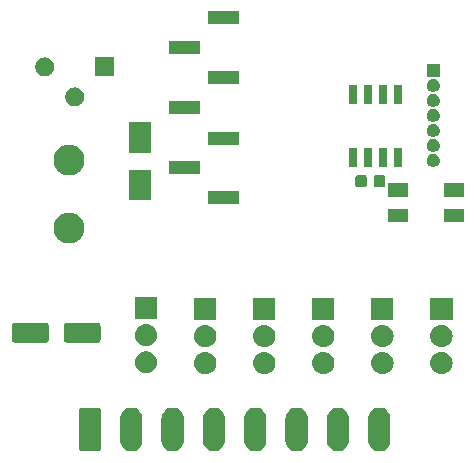
<source format=gbr>
G04 #@! TF.GenerationSoftware,KiCad,Pcbnew,(5.1.4)-1*
G04 #@! TF.CreationDate,2021-04-18T18:25:46+02:00*
G04 #@! TF.ProjectId,KUPS-DIM-6CVLED,4b555053-2d44-4494-9d2d-3643564c4544,V00.03*
G04 #@! TF.SameCoordinates,Original*
G04 #@! TF.FileFunction,Soldermask,Top*
G04 #@! TF.FilePolarity,Negative*
%FSLAX46Y46*%
G04 Gerber Fmt 4.6, Leading zero omitted, Abs format (unit mm)*
G04 Created by KiCad (PCBNEW (5.1.4)-1) date 2021-04-18 18:25:46*
%MOMM*%
%LPD*%
G04 APERTURE LIST*
%ADD10C,0.100000*%
G04 APERTURE END LIST*
D10*
G36*
X104436428Y-135862761D02*
G01*
X104537827Y-135893520D01*
X104615696Y-135917141D01*
X104780904Y-136005447D01*
X104925712Y-136124288D01*
X105044553Y-136269096D01*
X105132859Y-136434303D01*
X105187239Y-136613572D01*
X105201000Y-136753288D01*
X105201000Y-138646712D01*
X105187239Y-138786428D01*
X105132859Y-138965697D01*
X105044553Y-139130904D01*
X104925712Y-139275712D01*
X104780904Y-139394553D01*
X104615697Y-139482859D01*
X104541668Y-139505315D01*
X104436429Y-139537239D01*
X104250000Y-139555601D01*
X104063572Y-139537239D01*
X103958333Y-139505315D01*
X103884304Y-139482859D01*
X103719097Y-139394553D01*
X103574289Y-139275712D01*
X103455448Y-139130904D01*
X103367142Y-138965697D01*
X103312762Y-138786428D01*
X103299001Y-138646712D01*
X103299000Y-136753289D01*
X103312761Y-136613573D01*
X103312762Y-136613571D01*
X103367140Y-136434308D01*
X103367141Y-136434304D01*
X103455447Y-136269096D01*
X103574288Y-136124288D01*
X103719096Y-136005447D01*
X103884303Y-135917141D01*
X103962172Y-135893520D01*
X104063571Y-135862761D01*
X104250000Y-135844399D01*
X104436428Y-135862761D01*
X104436428Y-135862761D01*
G37*
G36*
X100936428Y-135862761D02*
G01*
X101037827Y-135893520D01*
X101115696Y-135917141D01*
X101280904Y-136005447D01*
X101425712Y-136124288D01*
X101544553Y-136269096D01*
X101632859Y-136434303D01*
X101687239Y-136613572D01*
X101701000Y-136753288D01*
X101701000Y-138646712D01*
X101687239Y-138786428D01*
X101632859Y-138965697D01*
X101544553Y-139130904D01*
X101425712Y-139275712D01*
X101280904Y-139394553D01*
X101115697Y-139482859D01*
X101041668Y-139505315D01*
X100936429Y-139537239D01*
X100750000Y-139555601D01*
X100563572Y-139537239D01*
X100458333Y-139505315D01*
X100384304Y-139482859D01*
X100219097Y-139394553D01*
X100074289Y-139275712D01*
X99955448Y-139130904D01*
X99867142Y-138965697D01*
X99812762Y-138786428D01*
X99799001Y-138646712D01*
X99799000Y-136753289D01*
X99812761Y-136613573D01*
X99812762Y-136613571D01*
X99867140Y-136434308D01*
X99867141Y-136434304D01*
X99955447Y-136269096D01*
X100074288Y-136124288D01*
X100219096Y-136005447D01*
X100384303Y-135917141D01*
X100462172Y-135893520D01*
X100563571Y-135862761D01*
X100750000Y-135844399D01*
X100936428Y-135862761D01*
X100936428Y-135862761D01*
G37*
G36*
X121936428Y-135862761D02*
G01*
X122037827Y-135893520D01*
X122115696Y-135917141D01*
X122280904Y-136005447D01*
X122425712Y-136124288D01*
X122544553Y-136269096D01*
X122632859Y-136434303D01*
X122687239Y-136613572D01*
X122701000Y-136753288D01*
X122701000Y-138646712D01*
X122687239Y-138786428D01*
X122632859Y-138965697D01*
X122544553Y-139130904D01*
X122425712Y-139275712D01*
X122280904Y-139394553D01*
X122115697Y-139482859D01*
X122041668Y-139505315D01*
X121936429Y-139537239D01*
X121750000Y-139555601D01*
X121563572Y-139537239D01*
X121458333Y-139505315D01*
X121384304Y-139482859D01*
X121219097Y-139394553D01*
X121074289Y-139275712D01*
X120955448Y-139130904D01*
X120867142Y-138965697D01*
X120812762Y-138786428D01*
X120799001Y-138646712D01*
X120799000Y-136753289D01*
X120812761Y-136613573D01*
X120812762Y-136613571D01*
X120867140Y-136434308D01*
X120867141Y-136434304D01*
X120955447Y-136269096D01*
X121074288Y-136124288D01*
X121219096Y-136005447D01*
X121384303Y-135917141D01*
X121462172Y-135893520D01*
X121563571Y-135862761D01*
X121750000Y-135844399D01*
X121936428Y-135862761D01*
X121936428Y-135862761D01*
G37*
G36*
X118436428Y-135862761D02*
G01*
X118537827Y-135893520D01*
X118615696Y-135917141D01*
X118780904Y-136005447D01*
X118925712Y-136124288D01*
X119044553Y-136269096D01*
X119132859Y-136434303D01*
X119187239Y-136613572D01*
X119201000Y-136753288D01*
X119201000Y-138646712D01*
X119187239Y-138786428D01*
X119132859Y-138965697D01*
X119044553Y-139130904D01*
X118925712Y-139275712D01*
X118780904Y-139394553D01*
X118615697Y-139482859D01*
X118541668Y-139505315D01*
X118436429Y-139537239D01*
X118250000Y-139555601D01*
X118063572Y-139537239D01*
X117958333Y-139505315D01*
X117884304Y-139482859D01*
X117719097Y-139394553D01*
X117574289Y-139275712D01*
X117455448Y-139130904D01*
X117367142Y-138965697D01*
X117312762Y-138786428D01*
X117299001Y-138646712D01*
X117299000Y-136753289D01*
X117312761Y-136613573D01*
X117312762Y-136613571D01*
X117367140Y-136434308D01*
X117367141Y-136434304D01*
X117455447Y-136269096D01*
X117574288Y-136124288D01*
X117719096Y-136005447D01*
X117884303Y-135917141D01*
X117962172Y-135893520D01*
X118063571Y-135862761D01*
X118250000Y-135844399D01*
X118436428Y-135862761D01*
X118436428Y-135862761D01*
G37*
G36*
X111436428Y-135862761D02*
G01*
X111537827Y-135893520D01*
X111615696Y-135917141D01*
X111780904Y-136005447D01*
X111925712Y-136124288D01*
X112044553Y-136269096D01*
X112132859Y-136434303D01*
X112187239Y-136613572D01*
X112201000Y-136753288D01*
X112201000Y-138646712D01*
X112187239Y-138786428D01*
X112132859Y-138965697D01*
X112044553Y-139130904D01*
X111925712Y-139275712D01*
X111780904Y-139394553D01*
X111615697Y-139482859D01*
X111541668Y-139505315D01*
X111436429Y-139537239D01*
X111250000Y-139555601D01*
X111063572Y-139537239D01*
X110958333Y-139505315D01*
X110884304Y-139482859D01*
X110719097Y-139394553D01*
X110574289Y-139275712D01*
X110455448Y-139130904D01*
X110367142Y-138965697D01*
X110312762Y-138786428D01*
X110299001Y-138646712D01*
X110299000Y-136753289D01*
X110312761Y-136613573D01*
X110312762Y-136613571D01*
X110367140Y-136434308D01*
X110367141Y-136434304D01*
X110455447Y-136269096D01*
X110574288Y-136124288D01*
X110719096Y-136005447D01*
X110884303Y-135917141D01*
X110962172Y-135893520D01*
X111063571Y-135862761D01*
X111250000Y-135844399D01*
X111436428Y-135862761D01*
X111436428Y-135862761D01*
G37*
G36*
X107936428Y-135862761D02*
G01*
X108037827Y-135893520D01*
X108115696Y-135917141D01*
X108280904Y-136005447D01*
X108425712Y-136124288D01*
X108544553Y-136269096D01*
X108632859Y-136434303D01*
X108687239Y-136613572D01*
X108701000Y-136753288D01*
X108701000Y-138646712D01*
X108687239Y-138786428D01*
X108632859Y-138965697D01*
X108544553Y-139130904D01*
X108425712Y-139275712D01*
X108280904Y-139394553D01*
X108115697Y-139482859D01*
X108041668Y-139505315D01*
X107936429Y-139537239D01*
X107750000Y-139555601D01*
X107563572Y-139537239D01*
X107458333Y-139505315D01*
X107384304Y-139482859D01*
X107219097Y-139394553D01*
X107074289Y-139275712D01*
X106955448Y-139130904D01*
X106867142Y-138965697D01*
X106812762Y-138786428D01*
X106799001Y-138646712D01*
X106799000Y-136753289D01*
X106812761Y-136613573D01*
X106812762Y-136613571D01*
X106867140Y-136434308D01*
X106867141Y-136434304D01*
X106955447Y-136269096D01*
X107074288Y-136124288D01*
X107219096Y-136005447D01*
X107384303Y-135917141D01*
X107462172Y-135893520D01*
X107563571Y-135862761D01*
X107750000Y-135844399D01*
X107936428Y-135862761D01*
X107936428Y-135862761D01*
G37*
G36*
X114936428Y-135862761D02*
G01*
X115037827Y-135893520D01*
X115115696Y-135917141D01*
X115280904Y-136005447D01*
X115425712Y-136124288D01*
X115544553Y-136269096D01*
X115632859Y-136434303D01*
X115687239Y-136613572D01*
X115701000Y-136753288D01*
X115701000Y-138646712D01*
X115687239Y-138786428D01*
X115632859Y-138965697D01*
X115544553Y-139130904D01*
X115425712Y-139275712D01*
X115280904Y-139394553D01*
X115115697Y-139482859D01*
X115041668Y-139505315D01*
X114936429Y-139537239D01*
X114750000Y-139555601D01*
X114563572Y-139537239D01*
X114458333Y-139505315D01*
X114384304Y-139482859D01*
X114219097Y-139394553D01*
X114074289Y-139275712D01*
X113955448Y-139130904D01*
X113867142Y-138965697D01*
X113812762Y-138786428D01*
X113799001Y-138646712D01*
X113799000Y-136753289D01*
X113812761Y-136613573D01*
X113812762Y-136613571D01*
X113867140Y-136434308D01*
X113867141Y-136434304D01*
X113955447Y-136269096D01*
X114074288Y-136124288D01*
X114219096Y-136005447D01*
X114384303Y-135917141D01*
X114462172Y-135893520D01*
X114563571Y-135862761D01*
X114750000Y-135844399D01*
X114936428Y-135862761D01*
X114936428Y-135862761D01*
G37*
G36*
X98002878Y-135853848D02*
G01*
X98049029Y-135867847D01*
X98091554Y-135890578D01*
X98128830Y-135921170D01*
X98159422Y-135958446D01*
X98182153Y-136000971D01*
X98196152Y-136047122D01*
X98201000Y-136096344D01*
X98201000Y-139303656D01*
X98196152Y-139352878D01*
X98182153Y-139399029D01*
X98159422Y-139441554D01*
X98128830Y-139478830D01*
X98091554Y-139509422D01*
X98049029Y-139532153D01*
X98002878Y-139546152D01*
X97953656Y-139551000D01*
X96546344Y-139551000D01*
X96497122Y-139546152D01*
X96450971Y-139532153D01*
X96408446Y-139509422D01*
X96371170Y-139478830D01*
X96340578Y-139441554D01*
X96317847Y-139399029D01*
X96303848Y-139352878D01*
X96299000Y-139303656D01*
X96299000Y-136096344D01*
X96303848Y-136047122D01*
X96317847Y-136000971D01*
X96340578Y-135958446D01*
X96371170Y-135921170D01*
X96408446Y-135890578D01*
X96450971Y-135867847D01*
X96497122Y-135853848D01*
X96546344Y-135849000D01*
X97953656Y-135849000D01*
X98002878Y-135853848D01*
X98002878Y-135853848D01*
G37*
G36*
X127219592Y-131183414D02*
G01*
X127360923Y-131226287D01*
X127391084Y-131235436D01*
X127540087Y-131315080D01*
X127549125Y-131319911D01*
X127687652Y-131433598D01*
X127801339Y-131572125D01*
X127801340Y-131572127D01*
X127885814Y-131730166D01*
X127885815Y-131730170D01*
X127937836Y-131901658D01*
X127955401Y-132080000D01*
X127937836Y-132258342D01*
X127894963Y-132399673D01*
X127885814Y-132429834D01*
X127806170Y-132578837D01*
X127801339Y-132587875D01*
X127687652Y-132726402D01*
X127549125Y-132840089D01*
X127549123Y-132840090D01*
X127391084Y-132924564D01*
X127360923Y-132933713D01*
X127219592Y-132976586D01*
X127085934Y-132989750D01*
X126914066Y-132989750D01*
X126780408Y-132976586D01*
X126639077Y-132933713D01*
X126608916Y-132924564D01*
X126450877Y-132840090D01*
X126450875Y-132840089D01*
X126312348Y-132726402D01*
X126198661Y-132587875D01*
X126193830Y-132578837D01*
X126114186Y-132429834D01*
X126105037Y-132399673D01*
X126062164Y-132258342D01*
X126044599Y-132080000D01*
X126062164Y-131901658D01*
X126114185Y-131730170D01*
X126114186Y-131730166D01*
X126198660Y-131572127D01*
X126198661Y-131572125D01*
X126312348Y-131433598D01*
X126450875Y-131319911D01*
X126459913Y-131315080D01*
X126608916Y-131235436D01*
X126639077Y-131226287D01*
X126780408Y-131183414D01*
X126914066Y-131170250D01*
X127085934Y-131170250D01*
X127219592Y-131183414D01*
X127219592Y-131183414D01*
G37*
G36*
X122219592Y-131183414D02*
G01*
X122360923Y-131226287D01*
X122391084Y-131235436D01*
X122540087Y-131315080D01*
X122549125Y-131319911D01*
X122687652Y-131433598D01*
X122801339Y-131572125D01*
X122801340Y-131572127D01*
X122885814Y-131730166D01*
X122885815Y-131730170D01*
X122937836Y-131901658D01*
X122955401Y-132080000D01*
X122937836Y-132258342D01*
X122894963Y-132399673D01*
X122885814Y-132429834D01*
X122806170Y-132578837D01*
X122801339Y-132587875D01*
X122687652Y-132726402D01*
X122549125Y-132840089D01*
X122549123Y-132840090D01*
X122391084Y-132924564D01*
X122360923Y-132933713D01*
X122219592Y-132976586D01*
X122085934Y-132989750D01*
X121914066Y-132989750D01*
X121780408Y-132976586D01*
X121639077Y-132933713D01*
X121608916Y-132924564D01*
X121450877Y-132840090D01*
X121450875Y-132840089D01*
X121312348Y-132726402D01*
X121198661Y-132587875D01*
X121193830Y-132578837D01*
X121114186Y-132429834D01*
X121105037Y-132399673D01*
X121062164Y-132258342D01*
X121044599Y-132080000D01*
X121062164Y-131901658D01*
X121114185Y-131730170D01*
X121114186Y-131730166D01*
X121198660Y-131572127D01*
X121198661Y-131572125D01*
X121312348Y-131433598D01*
X121450875Y-131319911D01*
X121459913Y-131315080D01*
X121608916Y-131235436D01*
X121639077Y-131226287D01*
X121780408Y-131183414D01*
X121914066Y-131170250D01*
X122085934Y-131170250D01*
X122219592Y-131183414D01*
X122219592Y-131183414D01*
G37*
G36*
X117219592Y-131183414D02*
G01*
X117360923Y-131226287D01*
X117391084Y-131235436D01*
X117540087Y-131315080D01*
X117549125Y-131319911D01*
X117687652Y-131433598D01*
X117801339Y-131572125D01*
X117801340Y-131572127D01*
X117885814Y-131730166D01*
X117885815Y-131730170D01*
X117937836Y-131901658D01*
X117955401Y-132080000D01*
X117937836Y-132258342D01*
X117894963Y-132399673D01*
X117885814Y-132429834D01*
X117806170Y-132578837D01*
X117801339Y-132587875D01*
X117687652Y-132726402D01*
X117549125Y-132840089D01*
X117549123Y-132840090D01*
X117391084Y-132924564D01*
X117360923Y-132933713D01*
X117219592Y-132976586D01*
X117085934Y-132989750D01*
X116914066Y-132989750D01*
X116780408Y-132976586D01*
X116639077Y-132933713D01*
X116608916Y-132924564D01*
X116450877Y-132840090D01*
X116450875Y-132840089D01*
X116312348Y-132726402D01*
X116198661Y-132587875D01*
X116193830Y-132578837D01*
X116114186Y-132429834D01*
X116105037Y-132399673D01*
X116062164Y-132258342D01*
X116044599Y-132080000D01*
X116062164Y-131901658D01*
X116114185Y-131730170D01*
X116114186Y-131730166D01*
X116198660Y-131572127D01*
X116198661Y-131572125D01*
X116312348Y-131433598D01*
X116450875Y-131319911D01*
X116459913Y-131315080D01*
X116608916Y-131235436D01*
X116639077Y-131226287D01*
X116780408Y-131183414D01*
X116914066Y-131170250D01*
X117085934Y-131170250D01*
X117219592Y-131183414D01*
X117219592Y-131183414D01*
G37*
G36*
X107219592Y-131183414D02*
G01*
X107360923Y-131226287D01*
X107391084Y-131235436D01*
X107540087Y-131315080D01*
X107549125Y-131319911D01*
X107687652Y-131433598D01*
X107801339Y-131572125D01*
X107801340Y-131572127D01*
X107885814Y-131730166D01*
X107885815Y-131730170D01*
X107937836Y-131901658D01*
X107955401Y-132080000D01*
X107937836Y-132258342D01*
X107894963Y-132399673D01*
X107885814Y-132429834D01*
X107806170Y-132578837D01*
X107801339Y-132587875D01*
X107687652Y-132726402D01*
X107549125Y-132840089D01*
X107549123Y-132840090D01*
X107391084Y-132924564D01*
X107360923Y-132933713D01*
X107219592Y-132976586D01*
X107085934Y-132989750D01*
X106914066Y-132989750D01*
X106780408Y-132976586D01*
X106639077Y-132933713D01*
X106608916Y-132924564D01*
X106450877Y-132840090D01*
X106450875Y-132840089D01*
X106312348Y-132726402D01*
X106198661Y-132587875D01*
X106193830Y-132578837D01*
X106114186Y-132429834D01*
X106105037Y-132399673D01*
X106062164Y-132258342D01*
X106044599Y-132080000D01*
X106062164Y-131901658D01*
X106114185Y-131730170D01*
X106114186Y-131730166D01*
X106198660Y-131572127D01*
X106198661Y-131572125D01*
X106312348Y-131433598D01*
X106450875Y-131319911D01*
X106459913Y-131315080D01*
X106608916Y-131235436D01*
X106639077Y-131226287D01*
X106780408Y-131183414D01*
X106914066Y-131170250D01*
X107085934Y-131170250D01*
X107219592Y-131183414D01*
X107219592Y-131183414D01*
G37*
G36*
X112219592Y-131183414D02*
G01*
X112360923Y-131226287D01*
X112391084Y-131235436D01*
X112540087Y-131315080D01*
X112549125Y-131319911D01*
X112687652Y-131433598D01*
X112801339Y-131572125D01*
X112801340Y-131572127D01*
X112885814Y-131730166D01*
X112885815Y-131730170D01*
X112937836Y-131901658D01*
X112955401Y-132080000D01*
X112937836Y-132258342D01*
X112894963Y-132399673D01*
X112885814Y-132429834D01*
X112806170Y-132578837D01*
X112801339Y-132587875D01*
X112687652Y-132726402D01*
X112549125Y-132840089D01*
X112549123Y-132840090D01*
X112391084Y-132924564D01*
X112360923Y-132933713D01*
X112219592Y-132976586D01*
X112085934Y-132989750D01*
X111914066Y-132989750D01*
X111780408Y-132976586D01*
X111639077Y-132933713D01*
X111608916Y-132924564D01*
X111450877Y-132840090D01*
X111450875Y-132840089D01*
X111312348Y-132726402D01*
X111198661Y-132587875D01*
X111193830Y-132578837D01*
X111114186Y-132429834D01*
X111105037Y-132399673D01*
X111062164Y-132258342D01*
X111044599Y-132080000D01*
X111062164Y-131901658D01*
X111114185Y-131730170D01*
X111114186Y-131730166D01*
X111198660Y-131572127D01*
X111198661Y-131572125D01*
X111312348Y-131433598D01*
X111450875Y-131319911D01*
X111459913Y-131315080D01*
X111608916Y-131235436D01*
X111639077Y-131226287D01*
X111780408Y-131183414D01*
X111914066Y-131170250D01*
X112085934Y-131170250D01*
X112219592Y-131183414D01*
X112219592Y-131183414D01*
G37*
G36*
X102219592Y-131103414D02*
G01*
X102360923Y-131146287D01*
X102391084Y-131155436D01*
X102540087Y-131235080D01*
X102549125Y-131239911D01*
X102687652Y-131353598D01*
X102801339Y-131492125D01*
X102801340Y-131492127D01*
X102885814Y-131650166D01*
X102885815Y-131650170D01*
X102937836Y-131821658D01*
X102955401Y-132000000D01*
X102937836Y-132178342D01*
X102913568Y-132258342D01*
X102885814Y-132349834D01*
X102806170Y-132498837D01*
X102801339Y-132507875D01*
X102687652Y-132646402D01*
X102549125Y-132760089D01*
X102549123Y-132760090D01*
X102391084Y-132844564D01*
X102360923Y-132853713D01*
X102219592Y-132896586D01*
X102085934Y-132909750D01*
X101914066Y-132909750D01*
X101780408Y-132896586D01*
X101639077Y-132853713D01*
X101608916Y-132844564D01*
X101450877Y-132760090D01*
X101450875Y-132760089D01*
X101312348Y-132646402D01*
X101198661Y-132507875D01*
X101193830Y-132498837D01*
X101114186Y-132349834D01*
X101086432Y-132258342D01*
X101062164Y-132178342D01*
X101044599Y-132000000D01*
X101062164Y-131821658D01*
X101114185Y-131650170D01*
X101114186Y-131650166D01*
X101198660Y-131492127D01*
X101198661Y-131492125D01*
X101312348Y-131353598D01*
X101450875Y-131239911D01*
X101459913Y-131235080D01*
X101608916Y-131155436D01*
X101639077Y-131146287D01*
X101780408Y-131103414D01*
X101914066Y-131090250D01*
X102085934Y-131090250D01*
X102219592Y-131103414D01*
X102219592Y-131103414D01*
G37*
G36*
X127219592Y-128893414D02*
G01*
X127360923Y-128936287D01*
X127391084Y-128945436D01*
X127540087Y-129025080D01*
X127549125Y-129029911D01*
X127687652Y-129143598D01*
X127801339Y-129282125D01*
X127801340Y-129282127D01*
X127885814Y-129440166D01*
X127885815Y-129440170D01*
X127937836Y-129611658D01*
X127955401Y-129790000D01*
X127937836Y-129968342D01*
X127897589Y-130101018D01*
X127885814Y-130139834D01*
X127836117Y-130232810D01*
X127801339Y-130297875D01*
X127687652Y-130436402D01*
X127549125Y-130550089D01*
X127549123Y-130550090D01*
X127391084Y-130634564D01*
X127360923Y-130643713D01*
X127219592Y-130686586D01*
X127085934Y-130699750D01*
X126914066Y-130699750D01*
X126780408Y-130686586D01*
X126639077Y-130643713D01*
X126608916Y-130634564D01*
X126450877Y-130550090D01*
X126450875Y-130550089D01*
X126312348Y-130436402D01*
X126198661Y-130297875D01*
X126163883Y-130232810D01*
X126114186Y-130139834D01*
X126102411Y-130101018D01*
X126062164Y-129968342D01*
X126044599Y-129790000D01*
X126062164Y-129611658D01*
X126114185Y-129440170D01*
X126114186Y-129440166D01*
X126198660Y-129282127D01*
X126198661Y-129282125D01*
X126312348Y-129143598D01*
X126450875Y-129029911D01*
X126459913Y-129025080D01*
X126608916Y-128945436D01*
X126639077Y-128936287D01*
X126780408Y-128893414D01*
X126914066Y-128880250D01*
X127085934Y-128880250D01*
X127219592Y-128893414D01*
X127219592Y-128893414D01*
G37*
G36*
X122219592Y-128893414D02*
G01*
X122360923Y-128936287D01*
X122391084Y-128945436D01*
X122540087Y-129025080D01*
X122549125Y-129029911D01*
X122687652Y-129143598D01*
X122801339Y-129282125D01*
X122801340Y-129282127D01*
X122885814Y-129440166D01*
X122885815Y-129440170D01*
X122937836Y-129611658D01*
X122955401Y-129790000D01*
X122937836Y-129968342D01*
X122897589Y-130101018D01*
X122885814Y-130139834D01*
X122836117Y-130232810D01*
X122801339Y-130297875D01*
X122687652Y-130436402D01*
X122549125Y-130550089D01*
X122549123Y-130550090D01*
X122391084Y-130634564D01*
X122360923Y-130643713D01*
X122219592Y-130686586D01*
X122085934Y-130699750D01*
X121914066Y-130699750D01*
X121780408Y-130686586D01*
X121639077Y-130643713D01*
X121608916Y-130634564D01*
X121450877Y-130550090D01*
X121450875Y-130550089D01*
X121312348Y-130436402D01*
X121198661Y-130297875D01*
X121163883Y-130232810D01*
X121114186Y-130139834D01*
X121102411Y-130101018D01*
X121062164Y-129968342D01*
X121044599Y-129790000D01*
X121062164Y-129611658D01*
X121114185Y-129440170D01*
X121114186Y-129440166D01*
X121198660Y-129282127D01*
X121198661Y-129282125D01*
X121312348Y-129143598D01*
X121450875Y-129029911D01*
X121459913Y-129025080D01*
X121608916Y-128945436D01*
X121639077Y-128936287D01*
X121780408Y-128893414D01*
X121914066Y-128880250D01*
X122085934Y-128880250D01*
X122219592Y-128893414D01*
X122219592Y-128893414D01*
G37*
G36*
X117219592Y-128893414D02*
G01*
X117360923Y-128936287D01*
X117391084Y-128945436D01*
X117540087Y-129025080D01*
X117549125Y-129029911D01*
X117687652Y-129143598D01*
X117801339Y-129282125D01*
X117801340Y-129282127D01*
X117885814Y-129440166D01*
X117885815Y-129440170D01*
X117937836Y-129611658D01*
X117955401Y-129790000D01*
X117937836Y-129968342D01*
X117897589Y-130101018D01*
X117885814Y-130139834D01*
X117836117Y-130232810D01*
X117801339Y-130297875D01*
X117687652Y-130436402D01*
X117549125Y-130550089D01*
X117549123Y-130550090D01*
X117391084Y-130634564D01*
X117360923Y-130643713D01*
X117219592Y-130686586D01*
X117085934Y-130699750D01*
X116914066Y-130699750D01*
X116780408Y-130686586D01*
X116639077Y-130643713D01*
X116608916Y-130634564D01*
X116450877Y-130550090D01*
X116450875Y-130550089D01*
X116312348Y-130436402D01*
X116198661Y-130297875D01*
X116163883Y-130232810D01*
X116114186Y-130139834D01*
X116102411Y-130101018D01*
X116062164Y-129968342D01*
X116044599Y-129790000D01*
X116062164Y-129611658D01*
X116114185Y-129440170D01*
X116114186Y-129440166D01*
X116198660Y-129282127D01*
X116198661Y-129282125D01*
X116312348Y-129143598D01*
X116450875Y-129029911D01*
X116459913Y-129025080D01*
X116608916Y-128945436D01*
X116639077Y-128936287D01*
X116780408Y-128893414D01*
X116914066Y-128880250D01*
X117085934Y-128880250D01*
X117219592Y-128893414D01*
X117219592Y-128893414D01*
G37*
G36*
X107219592Y-128893414D02*
G01*
X107360923Y-128936287D01*
X107391084Y-128945436D01*
X107540087Y-129025080D01*
X107549125Y-129029911D01*
X107687652Y-129143598D01*
X107801339Y-129282125D01*
X107801340Y-129282127D01*
X107885814Y-129440166D01*
X107885815Y-129440170D01*
X107937836Y-129611658D01*
X107955401Y-129790000D01*
X107937836Y-129968342D01*
X107897589Y-130101018D01*
X107885814Y-130139834D01*
X107836117Y-130232810D01*
X107801339Y-130297875D01*
X107687652Y-130436402D01*
X107549125Y-130550089D01*
X107549123Y-130550090D01*
X107391084Y-130634564D01*
X107360923Y-130643713D01*
X107219592Y-130686586D01*
X107085934Y-130699750D01*
X106914066Y-130699750D01*
X106780408Y-130686586D01*
X106639077Y-130643713D01*
X106608916Y-130634564D01*
X106450877Y-130550090D01*
X106450875Y-130550089D01*
X106312348Y-130436402D01*
X106198661Y-130297875D01*
X106163883Y-130232810D01*
X106114186Y-130139834D01*
X106102411Y-130101018D01*
X106062164Y-129968342D01*
X106044599Y-129790000D01*
X106062164Y-129611658D01*
X106114185Y-129440170D01*
X106114186Y-129440166D01*
X106198660Y-129282127D01*
X106198661Y-129282125D01*
X106312348Y-129143598D01*
X106450875Y-129029911D01*
X106459913Y-129025080D01*
X106608916Y-128945436D01*
X106639077Y-128936287D01*
X106780408Y-128893414D01*
X106914066Y-128880250D01*
X107085934Y-128880250D01*
X107219592Y-128893414D01*
X107219592Y-128893414D01*
G37*
G36*
X112219592Y-128893414D02*
G01*
X112360923Y-128936287D01*
X112391084Y-128945436D01*
X112540087Y-129025080D01*
X112549125Y-129029911D01*
X112687652Y-129143598D01*
X112801339Y-129282125D01*
X112801340Y-129282127D01*
X112885814Y-129440166D01*
X112885815Y-129440170D01*
X112937836Y-129611658D01*
X112955401Y-129790000D01*
X112937836Y-129968342D01*
X112897589Y-130101018D01*
X112885814Y-130139834D01*
X112836117Y-130232810D01*
X112801339Y-130297875D01*
X112687652Y-130436402D01*
X112549125Y-130550089D01*
X112549123Y-130550090D01*
X112391084Y-130634564D01*
X112360923Y-130643713D01*
X112219592Y-130686586D01*
X112085934Y-130699750D01*
X111914066Y-130699750D01*
X111780408Y-130686586D01*
X111639077Y-130643713D01*
X111608916Y-130634564D01*
X111450877Y-130550090D01*
X111450875Y-130550089D01*
X111312348Y-130436402D01*
X111198661Y-130297875D01*
X111163883Y-130232810D01*
X111114186Y-130139834D01*
X111102411Y-130101018D01*
X111062164Y-129968342D01*
X111044599Y-129790000D01*
X111062164Y-129611658D01*
X111114185Y-129440170D01*
X111114186Y-129440166D01*
X111198660Y-129282127D01*
X111198661Y-129282125D01*
X111312348Y-129143598D01*
X111450875Y-129029911D01*
X111459913Y-129025080D01*
X111608916Y-128945436D01*
X111639077Y-128936287D01*
X111780408Y-128893414D01*
X111914066Y-128880250D01*
X112085934Y-128880250D01*
X112219592Y-128893414D01*
X112219592Y-128893414D01*
G37*
G36*
X102219592Y-128813414D02*
G01*
X102337709Y-128849245D01*
X102391084Y-128865436D01*
X102483693Y-128914937D01*
X102549125Y-128949911D01*
X102687652Y-129063598D01*
X102801339Y-129202125D01*
X102801340Y-129202127D01*
X102885814Y-129360166D01*
X102885815Y-129360170D01*
X102937836Y-129531658D01*
X102955401Y-129710000D01*
X102937836Y-129888342D01*
X102913568Y-129968342D01*
X102885814Y-130059834D01*
X102837215Y-130150755D01*
X102801339Y-130217875D01*
X102687652Y-130356402D01*
X102549125Y-130470089D01*
X102549123Y-130470090D01*
X102391084Y-130554564D01*
X102360923Y-130563713D01*
X102219592Y-130606586D01*
X102085934Y-130619750D01*
X101914066Y-130619750D01*
X101780408Y-130606586D01*
X101639077Y-130563713D01*
X101608916Y-130554564D01*
X101450877Y-130470090D01*
X101450875Y-130470089D01*
X101312348Y-130356402D01*
X101198661Y-130217875D01*
X101162785Y-130150755D01*
X101114186Y-130059834D01*
X101086432Y-129968342D01*
X101062164Y-129888342D01*
X101044599Y-129710000D01*
X101062164Y-129531658D01*
X101114185Y-129360170D01*
X101114186Y-129360166D01*
X101198660Y-129202127D01*
X101198661Y-129202125D01*
X101312348Y-129063598D01*
X101450875Y-128949911D01*
X101516307Y-128914937D01*
X101608916Y-128865436D01*
X101662291Y-128849245D01*
X101780408Y-128813414D01*
X101914066Y-128800250D01*
X102085934Y-128800250D01*
X102219592Y-128813414D01*
X102219592Y-128813414D01*
G37*
G36*
X97950755Y-128653899D02*
G01*
X97997400Y-128668048D01*
X98040379Y-128691021D01*
X98078057Y-128721943D01*
X98108979Y-128759621D01*
X98131952Y-128802600D01*
X98146101Y-128849245D01*
X98151000Y-128898982D01*
X98151000Y-130101018D01*
X98146101Y-130150755D01*
X98131952Y-130197400D01*
X98108979Y-130240379D01*
X98078057Y-130278057D01*
X98040379Y-130308979D01*
X97997400Y-130331952D01*
X97950755Y-130346101D01*
X97901018Y-130351000D01*
X95298982Y-130351000D01*
X95249245Y-130346101D01*
X95202600Y-130331952D01*
X95159621Y-130308979D01*
X95121943Y-130278057D01*
X95091021Y-130240379D01*
X95068048Y-130197400D01*
X95053899Y-130150755D01*
X95049000Y-130101018D01*
X95049000Y-128898982D01*
X95053899Y-128849245D01*
X95068048Y-128802600D01*
X95091021Y-128759621D01*
X95121943Y-128721943D01*
X95159621Y-128691021D01*
X95202600Y-128668048D01*
X95249245Y-128653899D01*
X95298982Y-128649000D01*
X97901018Y-128649000D01*
X97950755Y-128653899D01*
X97950755Y-128653899D01*
G37*
G36*
X93550755Y-128653899D02*
G01*
X93597400Y-128668048D01*
X93640379Y-128691021D01*
X93678057Y-128721943D01*
X93708979Y-128759621D01*
X93731952Y-128802600D01*
X93746101Y-128849245D01*
X93751000Y-128898982D01*
X93751000Y-130101018D01*
X93746101Y-130150755D01*
X93731952Y-130197400D01*
X93708979Y-130240379D01*
X93678057Y-130278057D01*
X93640379Y-130308979D01*
X93597400Y-130331952D01*
X93550755Y-130346101D01*
X93501018Y-130351000D01*
X90898982Y-130351000D01*
X90849245Y-130346101D01*
X90802600Y-130331952D01*
X90759621Y-130308979D01*
X90721943Y-130278057D01*
X90691021Y-130240379D01*
X90668048Y-130197400D01*
X90653899Y-130150755D01*
X90649000Y-130101018D01*
X90649000Y-128898982D01*
X90653899Y-128849245D01*
X90668048Y-128802600D01*
X90691021Y-128759621D01*
X90721943Y-128721943D01*
X90759621Y-128691021D01*
X90802600Y-128668048D01*
X90849245Y-128653899D01*
X90898982Y-128649000D01*
X93501018Y-128649000D01*
X93550755Y-128653899D01*
X93550755Y-128653899D01*
G37*
G36*
X117951000Y-128409750D02*
G01*
X116049000Y-128409750D01*
X116049000Y-126590250D01*
X117951000Y-126590250D01*
X117951000Y-128409750D01*
X117951000Y-128409750D01*
G37*
G36*
X107951000Y-128409750D02*
G01*
X106049000Y-128409750D01*
X106049000Y-126590250D01*
X107951000Y-126590250D01*
X107951000Y-128409750D01*
X107951000Y-128409750D01*
G37*
G36*
X112951000Y-128409750D02*
G01*
X111049000Y-128409750D01*
X111049000Y-126590250D01*
X112951000Y-126590250D01*
X112951000Y-128409750D01*
X112951000Y-128409750D01*
G37*
G36*
X122951000Y-128409750D02*
G01*
X121049000Y-128409750D01*
X121049000Y-126590250D01*
X122951000Y-126590250D01*
X122951000Y-128409750D01*
X122951000Y-128409750D01*
G37*
G36*
X127951000Y-128409750D02*
G01*
X126049000Y-128409750D01*
X126049000Y-126590250D01*
X127951000Y-126590250D01*
X127951000Y-128409750D01*
X127951000Y-128409750D01*
G37*
G36*
X102951000Y-128329750D02*
G01*
X101049000Y-128329750D01*
X101049000Y-126510250D01*
X102951000Y-126510250D01*
X102951000Y-128329750D01*
X102951000Y-128329750D01*
G37*
G36*
X95735192Y-119366538D02*
G01*
X95860869Y-119391537D01*
X96097634Y-119489608D01*
X96310720Y-119631988D01*
X96491932Y-119813200D01*
X96634312Y-120026286D01*
X96732383Y-120263051D01*
X96782380Y-120514404D01*
X96782380Y-120770676D01*
X96732383Y-121022029D01*
X96634312Y-121258794D01*
X96491932Y-121471880D01*
X96310720Y-121653092D01*
X96097634Y-121795472D01*
X95860869Y-121893543D01*
X95735193Y-121918541D01*
X95609517Y-121943540D01*
X95353243Y-121943540D01*
X95227567Y-121918541D01*
X95101891Y-121893543D01*
X94865126Y-121795472D01*
X94652040Y-121653092D01*
X94470828Y-121471880D01*
X94328448Y-121258794D01*
X94230377Y-121022029D01*
X94180380Y-120770676D01*
X94180380Y-120514404D01*
X94230377Y-120263051D01*
X94328448Y-120026286D01*
X94470828Y-119813200D01*
X94652040Y-119631988D01*
X94865126Y-119489608D01*
X95101891Y-119391537D01*
X95227568Y-119366538D01*
X95353243Y-119341540D01*
X95609517Y-119341540D01*
X95735192Y-119366538D01*
X95735192Y-119366538D01*
G37*
G36*
X128925000Y-120151000D02*
G01*
X127223000Y-120151000D01*
X127223000Y-118999000D01*
X128925000Y-118999000D01*
X128925000Y-120151000D01*
X128925000Y-120151000D01*
G37*
G36*
X124225000Y-120151000D02*
G01*
X122523000Y-120151000D01*
X122523000Y-118999000D01*
X124225000Y-118999000D01*
X124225000Y-120151000D01*
X124225000Y-120151000D01*
G37*
G36*
X109876000Y-118651000D02*
G01*
X107264000Y-118651000D01*
X107264000Y-117549000D01*
X109876000Y-117549000D01*
X109876000Y-118651000D01*
X109876000Y-118651000D01*
G37*
G36*
X102451000Y-118301000D02*
G01*
X100549000Y-118301000D01*
X100549000Y-115699000D01*
X102451000Y-115699000D01*
X102451000Y-118301000D01*
X102451000Y-118301000D01*
G37*
G36*
X124225000Y-118001000D02*
G01*
X122523000Y-118001000D01*
X122523000Y-116849000D01*
X124225000Y-116849000D01*
X124225000Y-118001000D01*
X124225000Y-118001000D01*
G37*
G36*
X128925000Y-118001000D02*
G01*
X127223000Y-118001000D01*
X127223000Y-116849000D01*
X128925000Y-116849000D01*
X128925000Y-118001000D01*
X128925000Y-118001000D01*
G37*
G36*
X122089438Y-116158712D02*
G01*
X122132895Y-116171894D01*
X122172934Y-116193296D01*
X122208036Y-116222104D01*
X122236844Y-116257206D01*
X122258246Y-116297245D01*
X122271428Y-116340702D01*
X122276000Y-116387122D01*
X122276000Y-116973158D01*
X122271428Y-117019578D01*
X122258246Y-117063035D01*
X122236844Y-117103074D01*
X122208036Y-117138176D01*
X122172934Y-117166984D01*
X122132895Y-117188386D01*
X122089438Y-117201568D01*
X122043018Y-117206140D01*
X121531982Y-117206140D01*
X121485562Y-117201568D01*
X121442105Y-117188386D01*
X121402066Y-117166984D01*
X121366964Y-117138176D01*
X121338156Y-117103074D01*
X121316754Y-117063035D01*
X121303572Y-117019578D01*
X121299000Y-116973158D01*
X121299000Y-116387122D01*
X121303572Y-116340702D01*
X121316754Y-116297245D01*
X121338156Y-116257206D01*
X121366964Y-116222104D01*
X121402066Y-116193296D01*
X121442105Y-116171894D01*
X121485562Y-116158712D01*
X121531982Y-116154140D01*
X122043018Y-116154140D01*
X122089438Y-116158712D01*
X122089438Y-116158712D01*
G37*
G36*
X120514438Y-116158712D02*
G01*
X120557895Y-116171894D01*
X120597934Y-116193296D01*
X120633036Y-116222104D01*
X120661844Y-116257206D01*
X120683246Y-116297245D01*
X120696428Y-116340702D01*
X120701000Y-116387122D01*
X120701000Y-116973158D01*
X120696428Y-117019578D01*
X120683246Y-117063035D01*
X120661844Y-117103074D01*
X120633036Y-117138176D01*
X120597934Y-117166984D01*
X120557895Y-117188386D01*
X120514438Y-117201568D01*
X120468018Y-117206140D01*
X119956982Y-117206140D01*
X119910562Y-117201568D01*
X119867105Y-117188386D01*
X119827066Y-117166984D01*
X119791964Y-117138176D01*
X119763156Y-117103074D01*
X119741754Y-117063035D01*
X119728572Y-117019578D01*
X119724000Y-116973158D01*
X119724000Y-116387122D01*
X119728572Y-116340702D01*
X119741754Y-116297245D01*
X119763156Y-116257206D01*
X119791964Y-116222104D01*
X119827066Y-116193296D01*
X119867105Y-116171894D01*
X119910562Y-116158712D01*
X119956982Y-116154140D01*
X120468018Y-116154140D01*
X120514438Y-116158712D01*
X120514438Y-116158712D01*
G37*
G36*
X95735192Y-113616538D02*
G01*
X95860869Y-113641537D01*
X96097634Y-113739608D01*
X96097635Y-113739609D01*
X96310719Y-113881987D01*
X96491933Y-114063201D01*
X96557628Y-114161520D01*
X96634312Y-114276286D01*
X96710261Y-114459644D01*
X96732383Y-114513052D01*
X96771185Y-114708120D01*
X96782380Y-114764404D01*
X96782380Y-115020676D01*
X96732383Y-115272029D01*
X96634312Y-115508794D01*
X96491932Y-115721880D01*
X96310720Y-115903092D01*
X96097634Y-116045472D01*
X95860869Y-116143543D01*
X95735192Y-116168542D01*
X95609517Y-116193540D01*
X95353243Y-116193540D01*
X95227568Y-116168542D01*
X95101891Y-116143543D01*
X94865126Y-116045472D01*
X94652040Y-115903092D01*
X94470828Y-115721880D01*
X94328448Y-115508794D01*
X94230377Y-115272029D01*
X94180380Y-115020676D01*
X94180380Y-114764404D01*
X94191576Y-114708120D01*
X94230377Y-114513052D01*
X94252499Y-114459644D01*
X94328448Y-114276286D01*
X94405132Y-114161520D01*
X94470827Y-114063201D01*
X94652041Y-113881987D01*
X94865125Y-113739609D01*
X94865126Y-113739608D01*
X95101891Y-113641537D01*
X95227568Y-113616538D01*
X95353243Y-113591540D01*
X95609517Y-113591540D01*
X95735192Y-113616538D01*
X95735192Y-113616538D01*
G37*
G36*
X106566000Y-116111000D02*
G01*
X103954000Y-116111000D01*
X103954000Y-115009000D01*
X106566000Y-115009000D01*
X106566000Y-116111000D01*
X106566000Y-116111000D01*
G37*
G36*
X123559880Y-113858791D02*
G01*
X123590430Y-113868059D01*
X123618592Y-113883112D01*
X123643273Y-113903367D01*
X123663528Y-113928048D01*
X123678581Y-113956210D01*
X123687849Y-113986760D01*
X123691100Y-114019771D01*
X123691100Y-115343309D01*
X123687849Y-115376320D01*
X123678581Y-115406870D01*
X123663528Y-115435032D01*
X123643273Y-115459713D01*
X123618592Y-115479968D01*
X123590430Y-115495021D01*
X123559880Y-115504289D01*
X123526869Y-115507540D01*
X123153331Y-115507540D01*
X123120320Y-115504289D01*
X123089770Y-115495021D01*
X123061608Y-115479968D01*
X123036927Y-115459713D01*
X123016672Y-115435032D01*
X123001619Y-115406870D01*
X122992351Y-115376320D01*
X122989100Y-115343309D01*
X122989100Y-114019771D01*
X122992351Y-113986760D01*
X123001619Y-113956210D01*
X123016672Y-113928048D01*
X123036927Y-113903367D01*
X123061608Y-113883112D01*
X123089770Y-113868059D01*
X123120320Y-113858791D01*
X123153331Y-113855540D01*
X123526869Y-113855540D01*
X123559880Y-113858791D01*
X123559880Y-113858791D01*
G37*
G36*
X122289880Y-113858791D02*
G01*
X122320430Y-113868059D01*
X122348592Y-113883112D01*
X122373273Y-113903367D01*
X122393528Y-113928048D01*
X122408581Y-113956210D01*
X122417849Y-113986760D01*
X122421100Y-114019771D01*
X122421100Y-115343309D01*
X122417849Y-115376320D01*
X122408581Y-115406870D01*
X122393528Y-115435032D01*
X122373273Y-115459713D01*
X122348592Y-115479968D01*
X122320430Y-115495021D01*
X122289880Y-115504289D01*
X122256869Y-115507540D01*
X121883331Y-115507540D01*
X121850320Y-115504289D01*
X121819770Y-115495021D01*
X121791608Y-115479968D01*
X121766927Y-115459713D01*
X121746672Y-115435032D01*
X121731619Y-115406870D01*
X121722351Y-115376320D01*
X121719100Y-115343309D01*
X121719100Y-114019771D01*
X121722351Y-113986760D01*
X121731619Y-113956210D01*
X121746672Y-113928048D01*
X121766927Y-113903367D01*
X121791608Y-113883112D01*
X121819770Y-113868059D01*
X121850320Y-113858791D01*
X121883331Y-113855540D01*
X122256869Y-113855540D01*
X122289880Y-113858791D01*
X122289880Y-113858791D01*
G37*
G36*
X121019880Y-113858791D02*
G01*
X121050430Y-113868059D01*
X121078592Y-113883112D01*
X121103273Y-113903367D01*
X121123528Y-113928048D01*
X121138581Y-113956210D01*
X121147849Y-113986760D01*
X121151100Y-114019771D01*
X121151100Y-115343309D01*
X121147849Y-115376320D01*
X121138581Y-115406870D01*
X121123528Y-115435032D01*
X121103273Y-115459713D01*
X121078592Y-115479968D01*
X121050430Y-115495021D01*
X121019880Y-115504289D01*
X120986869Y-115507540D01*
X120613331Y-115507540D01*
X120580320Y-115504289D01*
X120549770Y-115495021D01*
X120521608Y-115479968D01*
X120496927Y-115459713D01*
X120476672Y-115435032D01*
X120461619Y-115406870D01*
X120452351Y-115376320D01*
X120449100Y-115343309D01*
X120449100Y-114019771D01*
X120452351Y-113986760D01*
X120461619Y-113956210D01*
X120476672Y-113928048D01*
X120496927Y-113903367D01*
X120521608Y-113883112D01*
X120549770Y-113868059D01*
X120580320Y-113858791D01*
X120613331Y-113855540D01*
X120986869Y-113855540D01*
X121019880Y-113858791D01*
X121019880Y-113858791D01*
G37*
G36*
X119749880Y-113858791D02*
G01*
X119780430Y-113868059D01*
X119808592Y-113883112D01*
X119833273Y-113903367D01*
X119853528Y-113928048D01*
X119868581Y-113956210D01*
X119877849Y-113986760D01*
X119881100Y-114019771D01*
X119881100Y-115343309D01*
X119877849Y-115376320D01*
X119868581Y-115406870D01*
X119853528Y-115435032D01*
X119833273Y-115459713D01*
X119808592Y-115479968D01*
X119780430Y-115495021D01*
X119749880Y-115504289D01*
X119716869Y-115507540D01*
X119343331Y-115507540D01*
X119310320Y-115504289D01*
X119279770Y-115495021D01*
X119251608Y-115479968D01*
X119226927Y-115459713D01*
X119206672Y-115435032D01*
X119191619Y-115406870D01*
X119182351Y-115376320D01*
X119179100Y-115343309D01*
X119179100Y-114019771D01*
X119182351Y-113986760D01*
X119191619Y-113956210D01*
X119206672Y-113928048D01*
X119226927Y-113903367D01*
X119251608Y-113883112D01*
X119279770Y-113868059D01*
X119310320Y-113858791D01*
X119343331Y-113855540D01*
X119716869Y-113855540D01*
X119749880Y-113858791D01*
X119749880Y-113858791D01*
G37*
G36*
X126418015Y-114376973D02*
G01*
X126521879Y-114408479D01*
X126569740Y-114434062D01*
X126617599Y-114459643D01*
X126617601Y-114459644D01*
X126617600Y-114459644D01*
X126701501Y-114528499D01*
X126770356Y-114612400D01*
X126821521Y-114708121D01*
X126853027Y-114811985D01*
X126863666Y-114920000D01*
X126853027Y-115028015D01*
X126821521Y-115131879D01*
X126821520Y-115131880D01*
X126770357Y-115227599D01*
X126701501Y-115311501D01*
X126617599Y-115380357D01*
X126582344Y-115399201D01*
X126521879Y-115431521D01*
X126418015Y-115463027D01*
X126337067Y-115471000D01*
X126282933Y-115471000D01*
X126201985Y-115463027D01*
X126098121Y-115431521D01*
X126037656Y-115399201D01*
X126002401Y-115380357D01*
X125918499Y-115311501D01*
X125849643Y-115227599D01*
X125798480Y-115131880D01*
X125798479Y-115131879D01*
X125766973Y-115028015D01*
X125756334Y-114920000D01*
X125766973Y-114811985D01*
X125798479Y-114708121D01*
X125849644Y-114612400D01*
X125918499Y-114528499D01*
X126002400Y-114459644D01*
X126002399Y-114459644D01*
X126002401Y-114459643D01*
X126098121Y-114408479D01*
X126201985Y-114376973D01*
X126282933Y-114369000D01*
X126337067Y-114369000D01*
X126418015Y-114376973D01*
X126418015Y-114376973D01*
G37*
G36*
X102451000Y-114301000D02*
G01*
X100549000Y-114301000D01*
X100549000Y-111699000D01*
X102451000Y-111699000D01*
X102451000Y-114301000D01*
X102451000Y-114301000D01*
G37*
G36*
X126418015Y-113106973D02*
G01*
X126521879Y-113138479D01*
X126617599Y-113189643D01*
X126617601Y-113189644D01*
X126617600Y-113189644D01*
X126701501Y-113258499D01*
X126770356Y-113342400D01*
X126821521Y-113438121D01*
X126853027Y-113541985D01*
X126863666Y-113650000D01*
X126853027Y-113758015D01*
X126821521Y-113861879D01*
X126810773Y-113881987D01*
X126770357Y-113957599D01*
X126701501Y-114041501D01*
X126617599Y-114110357D01*
X126569740Y-114135938D01*
X126521879Y-114161521D01*
X126418015Y-114193027D01*
X126337067Y-114201000D01*
X126282933Y-114201000D01*
X126201985Y-114193027D01*
X126098121Y-114161521D01*
X126002401Y-114110357D01*
X125918499Y-114041501D01*
X125849643Y-113957599D01*
X125809227Y-113881987D01*
X125798479Y-113861879D01*
X125766973Y-113758015D01*
X125756334Y-113650000D01*
X125766973Y-113541985D01*
X125798479Y-113438121D01*
X125849644Y-113342400D01*
X125918499Y-113258499D01*
X126002400Y-113189644D01*
X126002399Y-113189644D01*
X126002401Y-113189643D01*
X126098121Y-113138479D01*
X126201985Y-113106973D01*
X126282933Y-113099000D01*
X126337067Y-113099000D01*
X126418015Y-113106973D01*
X126418015Y-113106973D01*
G37*
G36*
X109876000Y-113611000D02*
G01*
X107264000Y-113611000D01*
X107264000Y-112509000D01*
X109876000Y-112509000D01*
X109876000Y-113611000D01*
X109876000Y-113611000D01*
G37*
G36*
X126418015Y-111836973D02*
G01*
X126521879Y-111868479D01*
X126569740Y-111894062D01*
X126617599Y-111919643D01*
X126617601Y-111919644D01*
X126617600Y-111919644D01*
X126701501Y-111988499D01*
X126770356Y-112072400D01*
X126821521Y-112168121D01*
X126853027Y-112271985D01*
X126863666Y-112380000D01*
X126853027Y-112488015D01*
X126821521Y-112591879D01*
X126821520Y-112591880D01*
X126770357Y-112687599D01*
X126701501Y-112771501D01*
X126617599Y-112840357D01*
X126521879Y-112891521D01*
X126418015Y-112923027D01*
X126337067Y-112931000D01*
X126282933Y-112931000D01*
X126201985Y-112923027D01*
X126098121Y-112891521D01*
X126002401Y-112840357D01*
X125918499Y-112771501D01*
X125849643Y-112687599D01*
X125798480Y-112591880D01*
X125798479Y-112591879D01*
X125766973Y-112488015D01*
X125756334Y-112380000D01*
X125766973Y-112271985D01*
X125798479Y-112168121D01*
X125849644Y-112072400D01*
X125918499Y-111988499D01*
X126002400Y-111919644D01*
X126002399Y-111919644D01*
X126002401Y-111919643D01*
X126050260Y-111894062D01*
X126098121Y-111868479D01*
X126201985Y-111836973D01*
X126282933Y-111829000D01*
X126337067Y-111829000D01*
X126418015Y-111836973D01*
X126418015Y-111836973D01*
G37*
G36*
X126418015Y-110566973D02*
G01*
X126521879Y-110598479D01*
X126569740Y-110624062D01*
X126617599Y-110649643D01*
X126617601Y-110649644D01*
X126617600Y-110649644D01*
X126701501Y-110718499D01*
X126770356Y-110802400D01*
X126821521Y-110898121D01*
X126853027Y-111001985D01*
X126863666Y-111110000D01*
X126853027Y-111218015D01*
X126821521Y-111321879D01*
X126821520Y-111321880D01*
X126770357Y-111417599D01*
X126701501Y-111501501D01*
X126617599Y-111570357D01*
X126569740Y-111595938D01*
X126521879Y-111621521D01*
X126418015Y-111653027D01*
X126337067Y-111661000D01*
X126282933Y-111661000D01*
X126201985Y-111653027D01*
X126098121Y-111621521D01*
X126050260Y-111595938D01*
X126002401Y-111570357D01*
X125918499Y-111501501D01*
X125849643Y-111417599D01*
X125798480Y-111321880D01*
X125798479Y-111321879D01*
X125766973Y-111218015D01*
X125756334Y-111110000D01*
X125766973Y-111001985D01*
X125798479Y-110898121D01*
X125849644Y-110802400D01*
X125918499Y-110718499D01*
X126002400Y-110649644D01*
X126002399Y-110649644D01*
X126002401Y-110649643D01*
X126098121Y-110598479D01*
X126201985Y-110566973D01*
X126282933Y-110559000D01*
X126337067Y-110559000D01*
X126418015Y-110566973D01*
X126418015Y-110566973D01*
G37*
G36*
X106566000Y-111031000D02*
G01*
X103954000Y-111031000D01*
X103954000Y-109929000D01*
X106566000Y-109929000D01*
X106566000Y-111031000D01*
X106566000Y-111031000D01*
G37*
G36*
X126418015Y-109296973D02*
G01*
X126521879Y-109328479D01*
X126569740Y-109354062D01*
X126617599Y-109379643D01*
X126617601Y-109379644D01*
X126617600Y-109379644D01*
X126701501Y-109448499D01*
X126770356Y-109532400D01*
X126821521Y-109628121D01*
X126853027Y-109731985D01*
X126863666Y-109840000D01*
X126853027Y-109948015D01*
X126821521Y-110051879D01*
X126821520Y-110051880D01*
X126770357Y-110147599D01*
X126701501Y-110231501D01*
X126617599Y-110300357D01*
X126599150Y-110310218D01*
X126521879Y-110351521D01*
X126418015Y-110383027D01*
X126337067Y-110391000D01*
X126282933Y-110391000D01*
X126201985Y-110383027D01*
X126098121Y-110351521D01*
X126020850Y-110310218D01*
X126002401Y-110300357D01*
X125918499Y-110231501D01*
X125849643Y-110147599D01*
X125798480Y-110051880D01*
X125798479Y-110051879D01*
X125766973Y-109948015D01*
X125756334Y-109840000D01*
X125766973Y-109731985D01*
X125798479Y-109628121D01*
X125849644Y-109532400D01*
X125918499Y-109448499D01*
X126002400Y-109379644D01*
X126002399Y-109379644D01*
X126002401Y-109379643D01*
X126098121Y-109328479D01*
X126201985Y-109296973D01*
X126282933Y-109289000D01*
X126337067Y-109289000D01*
X126418015Y-109296973D01*
X126418015Y-109296973D01*
G37*
G36*
X96142059Y-108759521D02*
G01*
X96193644Y-108769782D01*
X96266529Y-108799972D01*
X96339416Y-108830163D01*
X96470608Y-108917822D01*
X96582178Y-109029392D01*
X96669837Y-109160584D01*
X96730218Y-109306357D01*
X96761000Y-109461108D01*
X96761000Y-109618892D01*
X96730218Y-109773643D01*
X96669837Y-109919416D01*
X96582178Y-110050608D01*
X96470608Y-110162178D01*
X96339416Y-110249837D01*
X96266530Y-110280027D01*
X96193644Y-110310218D01*
X96142059Y-110320479D01*
X96038892Y-110341000D01*
X95881108Y-110341000D01*
X95777941Y-110320479D01*
X95726356Y-110310218D01*
X95653470Y-110280027D01*
X95580584Y-110249837D01*
X95449392Y-110162178D01*
X95337822Y-110050608D01*
X95250163Y-109919416D01*
X95189782Y-109773643D01*
X95159000Y-109618892D01*
X95159000Y-109461108D01*
X95189782Y-109306357D01*
X95250163Y-109160584D01*
X95337822Y-109029392D01*
X95449392Y-108917822D01*
X95580584Y-108830163D01*
X95653471Y-108799972D01*
X95726356Y-108769782D01*
X95777941Y-108759521D01*
X95881108Y-108739000D01*
X96038892Y-108739000D01*
X96142059Y-108759521D01*
X96142059Y-108759521D01*
G37*
G36*
X122289880Y-108508791D02*
G01*
X122320430Y-108518059D01*
X122348592Y-108533112D01*
X122373273Y-108553367D01*
X122393528Y-108578048D01*
X122408581Y-108606210D01*
X122417849Y-108636760D01*
X122421100Y-108669771D01*
X122421100Y-109993309D01*
X122417849Y-110026320D01*
X122408581Y-110056870D01*
X122393528Y-110085032D01*
X122373273Y-110109713D01*
X122348592Y-110129968D01*
X122320430Y-110145021D01*
X122289880Y-110154289D01*
X122256869Y-110157540D01*
X121883331Y-110157540D01*
X121850320Y-110154289D01*
X121819770Y-110145021D01*
X121791608Y-110129968D01*
X121766927Y-110109713D01*
X121746672Y-110085032D01*
X121731619Y-110056870D01*
X121722351Y-110026320D01*
X121719100Y-109993309D01*
X121719100Y-108669771D01*
X121722351Y-108636760D01*
X121731619Y-108606210D01*
X121746672Y-108578048D01*
X121766927Y-108553367D01*
X121791608Y-108533112D01*
X121819770Y-108518059D01*
X121850320Y-108508791D01*
X121883331Y-108505540D01*
X122256869Y-108505540D01*
X122289880Y-108508791D01*
X122289880Y-108508791D01*
G37*
G36*
X121019880Y-108508791D02*
G01*
X121050430Y-108518059D01*
X121078592Y-108533112D01*
X121103273Y-108553367D01*
X121123528Y-108578048D01*
X121138581Y-108606210D01*
X121147849Y-108636760D01*
X121151100Y-108669771D01*
X121151100Y-109993309D01*
X121147849Y-110026320D01*
X121138581Y-110056870D01*
X121123528Y-110085032D01*
X121103273Y-110109713D01*
X121078592Y-110129968D01*
X121050430Y-110145021D01*
X121019880Y-110154289D01*
X120986869Y-110157540D01*
X120613331Y-110157540D01*
X120580320Y-110154289D01*
X120549770Y-110145021D01*
X120521608Y-110129968D01*
X120496927Y-110109713D01*
X120476672Y-110085032D01*
X120461619Y-110056870D01*
X120452351Y-110026320D01*
X120449100Y-109993309D01*
X120449100Y-108669771D01*
X120452351Y-108636760D01*
X120461619Y-108606210D01*
X120476672Y-108578048D01*
X120496927Y-108553367D01*
X120521608Y-108533112D01*
X120549770Y-108518059D01*
X120580320Y-108508791D01*
X120613331Y-108505540D01*
X120986869Y-108505540D01*
X121019880Y-108508791D01*
X121019880Y-108508791D01*
G37*
G36*
X119749880Y-108508791D02*
G01*
X119780430Y-108518059D01*
X119808592Y-108533112D01*
X119833273Y-108553367D01*
X119853528Y-108578048D01*
X119868581Y-108606210D01*
X119877849Y-108636760D01*
X119881100Y-108669771D01*
X119881100Y-109993309D01*
X119877849Y-110026320D01*
X119868581Y-110056870D01*
X119853528Y-110085032D01*
X119833273Y-110109713D01*
X119808592Y-110129968D01*
X119780430Y-110145021D01*
X119749880Y-110154289D01*
X119716869Y-110157540D01*
X119343331Y-110157540D01*
X119310320Y-110154289D01*
X119279770Y-110145021D01*
X119251608Y-110129968D01*
X119226927Y-110109713D01*
X119206672Y-110085032D01*
X119191619Y-110056870D01*
X119182351Y-110026320D01*
X119179100Y-109993309D01*
X119179100Y-108669771D01*
X119182351Y-108636760D01*
X119191619Y-108606210D01*
X119206672Y-108578048D01*
X119226927Y-108553367D01*
X119251608Y-108533112D01*
X119279770Y-108518059D01*
X119310320Y-108508791D01*
X119343331Y-108505540D01*
X119716869Y-108505540D01*
X119749880Y-108508791D01*
X119749880Y-108508791D01*
G37*
G36*
X123559880Y-108508791D02*
G01*
X123590430Y-108518059D01*
X123618592Y-108533112D01*
X123643273Y-108553367D01*
X123663528Y-108578048D01*
X123678581Y-108606210D01*
X123687849Y-108636760D01*
X123691100Y-108669771D01*
X123691100Y-109993309D01*
X123687849Y-110026320D01*
X123678581Y-110056870D01*
X123663528Y-110085032D01*
X123643273Y-110109713D01*
X123618592Y-110129968D01*
X123590430Y-110145021D01*
X123559880Y-110154289D01*
X123526869Y-110157540D01*
X123153331Y-110157540D01*
X123120320Y-110154289D01*
X123089770Y-110145021D01*
X123061608Y-110129968D01*
X123036927Y-110109713D01*
X123016672Y-110085032D01*
X123001619Y-110056870D01*
X122992351Y-110026320D01*
X122989100Y-109993309D01*
X122989100Y-108669771D01*
X122992351Y-108636760D01*
X123001619Y-108606210D01*
X123016672Y-108578048D01*
X123036927Y-108553367D01*
X123061608Y-108533112D01*
X123089770Y-108518059D01*
X123120320Y-108508791D01*
X123153331Y-108505540D01*
X123526869Y-108505540D01*
X123559880Y-108508791D01*
X123559880Y-108508791D01*
G37*
G36*
X126418015Y-108026973D02*
G01*
X126521879Y-108058479D01*
X126569740Y-108084062D01*
X126617599Y-108109643D01*
X126617601Y-108109644D01*
X126617600Y-108109644D01*
X126701501Y-108178499D01*
X126770356Y-108262400D01*
X126821521Y-108358121D01*
X126853027Y-108461985D01*
X126863666Y-108570000D01*
X126853027Y-108678015D01*
X126821521Y-108781879D01*
X126821520Y-108781880D01*
X126770357Y-108877599D01*
X126701501Y-108961501D01*
X126617599Y-109030357D01*
X126569740Y-109055938D01*
X126521879Y-109081521D01*
X126418015Y-109113027D01*
X126337067Y-109121000D01*
X126282933Y-109121000D01*
X126201985Y-109113027D01*
X126098121Y-109081521D01*
X126050260Y-109055938D01*
X126002401Y-109030357D01*
X125918499Y-108961501D01*
X125849643Y-108877599D01*
X125798480Y-108781880D01*
X125798479Y-108781879D01*
X125766973Y-108678015D01*
X125756334Y-108570000D01*
X125766973Y-108461985D01*
X125798479Y-108358121D01*
X125849644Y-108262400D01*
X125918499Y-108178499D01*
X126002400Y-108109644D01*
X126002399Y-108109644D01*
X126002401Y-108109643D01*
X126050260Y-108084062D01*
X126098121Y-108058479D01*
X126201985Y-108026973D01*
X126282933Y-108019000D01*
X126337067Y-108019000D01*
X126418015Y-108026973D01*
X126418015Y-108026973D01*
G37*
G36*
X109876000Y-108491000D02*
G01*
X107264000Y-108491000D01*
X107264000Y-107389000D01*
X109876000Y-107389000D01*
X109876000Y-108491000D01*
X109876000Y-108491000D01*
G37*
G36*
X126861000Y-107851000D02*
G01*
X125759000Y-107851000D01*
X125759000Y-106749000D01*
X126861000Y-106749000D01*
X126861000Y-107851000D01*
X126861000Y-107851000D01*
G37*
G36*
X99301000Y-107801000D02*
G01*
X97699000Y-107801000D01*
X97699000Y-106199000D01*
X99301000Y-106199000D01*
X99301000Y-107801000D01*
X99301000Y-107801000D01*
G37*
G36*
X93602059Y-106219521D02*
G01*
X93653644Y-106229782D01*
X93726529Y-106259972D01*
X93799416Y-106290163D01*
X93930608Y-106377822D01*
X94042178Y-106489392D01*
X94129837Y-106620584D01*
X94190218Y-106766357D01*
X94221000Y-106921108D01*
X94221000Y-107078892D01*
X94190218Y-107233643D01*
X94129837Y-107379416D01*
X94042178Y-107510608D01*
X93930608Y-107622178D01*
X93799416Y-107709837D01*
X93726530Y-107740027D01*
X93653644Y-107770218D01*
X93602059Y-107780479D01*
X93498892Y-107801000D01*
X93341108Y-107801000D01*
X93237941Y-107780479D01*
X93186356Y-107770218D01*
X93113470Y-107740027D01*
X93040584Y-107709837D01*
X92909392Y-107622178D01*
X92797822Y-107510608D01*
X92710163Y-107379416D01*
X92649782Y-107233643D01*
X92619000Y-107078892D01*
X92619000Y-106921108D01*
X92649782Y-106766357D01*
X92710163Y-106620584D01*
X92797822Y-106489392D01*
X92909392Y-106377822D01*
X93040584Y-106290163D01*
X93113471Y-106259972D01*
X93186356Y-106229782D01*
X93237941Y-106219521D01*
X93341108Y-106199000D01*
X93498892Y-106199000D01*
X93602059Y-106219521D01*
X93602059Y-106219521D01*
G37*
G36*
X106566000Y-105951000D02*
G01*
X103954000Y-105951000D01*
X103954000Y-104849000D01*
X106566000Y-104849000D01*
X106566000Y-105951000D01*
X106566000Y-105951000D01*
G37*
G36*
X109876000Y-103411000D02*
G01*
X107264000Y-103411000D01*
X107264000Y-102309000D01*
X109876000Y-102309000D01*
X109876000Y-103411000D01*
X109876000Y-103411000D01*
G37*
M02*

</source>
